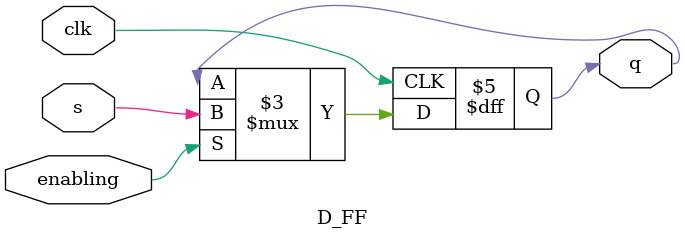
<source format=v>
`timescale 1ns / 1ps
module D_FF(s,clk,q,enabling);
	input wire [0:0] s;
	input wire [0:0] clk;
	output reg [0:0] q;
	input wire [0:0] enabling;
	always @(posedge clk)
	begin
		if(enabling == 1)
		begin
			q <= s;
		end
	end

endmodule

</source>
